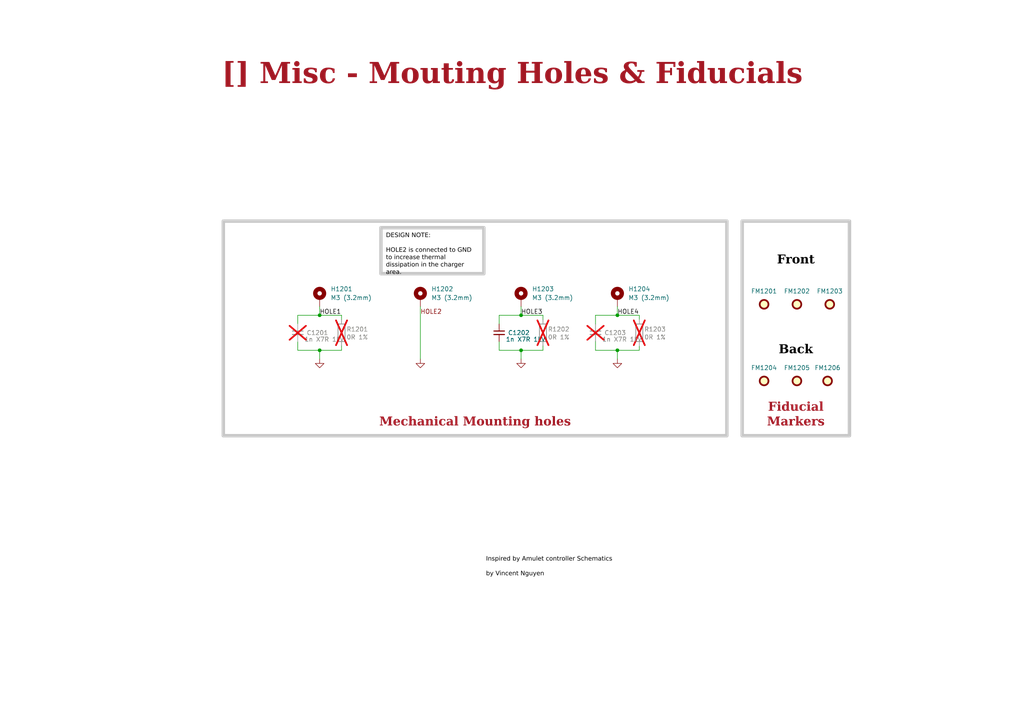
<source format=kicad_sch>
(kicad_sch (version 20231120) (generator "eeschema") (generator_version "8.0")
  (paper "A4")
  (title_block (title "Misc - Mouting Holes & Fiducials") (date "Last Modified Date") (rev "${REVISION}") (company "${COMPANY}"))
  (lib_symbols
    (symbol "Device:C_Small" (pin_numbers hide) (pin_names (offset 0.254) hide)
      (property "Reference" "C" (at 0.254 1.778 0))
      (property "Value" "C_Small" (at 0.254 -2.032 0))
      (symbol "C_Small_0_1"
        (polyline (pts (xy -1.524 -0.508) (xy 1.524 -0.508)) (stroke (width 0.3302)))
        (polyline (pts (xy -1.524 0.508) (xy 1.524 0.508)) (stroke (width 0.3048)))
      )
      (symbol "C_Small_1_1"
        (pin passive line (at 0 2.54 270) (length 2.032) (name "~") (number "1"))
        (pin passive line (at 0 -2.54 90) (length 2.032) (name "~") (number "2"))
      )
    )
    (symbol "Device:R" (pin_numbers hide) (pin_names (offset 0))
      (property "Reference" "R" (at 2.032 0 90))
      (property "Value" "R" (at 0 0 90))
      (symbol "R_0_1"
        (rectangle (start -1.016 -2.54) (end 1.016 2.54) (stroke (width 0.254)))
      )
      (symbol "R_1_1"
        (pin passive line (at 0 3.81 270) (length 1.27) (name "~") (number "1"))
        (pin passive line (at 0 -3.81 90) (length 1.27) (name "~") (number "2"))
      )
    )
    (symbol "Mechanical:Fiducial"
      (property "Reference" "FID" (at 0 5.08 0))
      (property "Value" "Fiducial" (at 0 3.175 0))
      (symbol "Fiducial_0_1"
        (circle (center 0 0) (radius 1.27) (stroke (width 0.508)) (fill (type background)))
      )
    )
    (symbol "Mechanical:MountingHole_Pad" (pin_numbers hide) (pin_names (offset 1.016) hide)
      (property "Reference" "H" (at 0 6.35 0))
      (property "Value" "MountingHole_Pad" (at 0 4.445 0))
      (symbol "MountingHole_Pad_0_1"
        (circle (center 0 1.27) (radius 1.27) (stroke (width 1.27)))
      )
      (symbol "MountingHole_Pad_1_1"
        (pin input line (at 0 -2.54 90) (length 2.54) (name "1") (number "1"))
      )
    )
    (symbol "power:GND" (power) (pin_names (offset 0))
      (property "Value" "GND" (at 0 -3.81 0))
      (symbol "GND_0_1"
        (polyline (pts (xy 0 0) (xy 0 -1.27) (xy 1.27 -1.27) (xy 0 -2.54) (xy -1.27 -1.27) (xy 0 -1.27)))
      )
      (symbol "GND_1_1"
        (pin power_in line (at 0 0 270) (length 0) hide (name "GND") (number "1"))
      )
    )
  )
  (junction (at 151.13 101.6))
  (junction (at 179.07 91.44))
  (junction (at 92.71 91.44))
  (junction (at 151.13 91.44))
  (junction (at 179.07 101.6))
  (junction (at 92.71 101.6))
  (wire (pts (xy 151.13 91.44) (xy 157.48 91.44)))
  (wire (pts (xy 99.06 91.44) (xy 99.06 92.71)))
  (wire (pts (xy 144.78 91.44) (xy 151.13 91.44)))
  (wire (pts (xy 172.72 99.06) (xy 172.72 101.6)))
  (wire (pts (xy 144.78 99.06) (xy 144.78 101.6)))
  (wire (pts (xy 92.71 91.44) (xy 99.06 91.44)))
  (wire (pts (xy 157.48 100.33) (xy 157.48 101.6)))
  (wire (pts (xy 157.48 91.44) (xy 157.48 92.71)))
  (wire (pts (xy 151.13 88.9) (xy 151.13 91.44)))
  (wire (pts (xy 121.92 88.9) (xy 121.92 104.14)))
  (wire (pts (xy 86.36 91.44) (xy 92.71 91.44)))
  (wire (pts (xy 92.71 101.6) (xy 92.71 104.14)))
  (wire (pts (xy 99.06 100.33) (xy 99.06 101.6)))
  (wire (pts (xy 179.07 88.9) (xy 179.07 91.44)))
  (wire (pts (xy 92.71 101.6) (xy 99.06 101.6)))
  (wire (pts (xy 151.13 101.6) (xy 151.13 104.14)))
  (wire (pts (xy 144.78 91.44) (xy 144.78 93.98)))
  (wire (pts (xy 179.07 91.44) (xy 185.42 91.44)))
  (wire (pts (xy 179.07 101.6) (xy 179.07 104.14)))
  (wire (pts (xy 86.36 91.44) (xy 86.36 93.98)))
  (wire (pts (xy 172.72 101.6) (xy 179.07 101.6)))
  (wire (pts (xy 86.36 99.06) (xy 86.36 101.6)))
  (wire (pts (xy 151.13 101.6) (xy 157.48 101.6)))
  (wire (pts (xy 86.36 101.6) (xy 92.71 101.6)))
  (wire (pts (xy 172.72 91.44) (xy 172.72 93.98)))
  (wire (pts (xy 185.42 100.33) (xy 185.42 101.6)))
  (wire (pts (xy 172.72 91.44) (xy 179.07 91.44)))
  (wire (pts (xy 185.42 91.44) (xy 185.42 92.71)))
  (wire (pts (xy 92.71 88.9) (xy 92.71 91.44)))
  (wire (pts (xy 179.07 101.6) (xy 185.42 101.6)))
  (wire (pts (xy 144.78 101.6) (xy 151.13 101.6)))
  (rectangle (start 215.265 64.135) (end 246.38 126.365) (stroke (width 1) (color 200 200 200 1)))
  (rectangle (start 64.77 64.135) (end 210.82 126.365) (stroke (width 1) (color 200 200 200 1)))
  (text_box "Front" (at 215.265 69.215 0) (size 31.115 9.525) (stroke (width -0.0001)) (effects (font (size 2.54 2.54) (thickness 0.508) (bold yes)) (justify bottom)))
  (text_box "Fiducial Markers" (at 214.63 116.84 0) (size 32.385 8.89) (stroke (width -0.0001)) (effects (font (size 2.54 2.54) (thickness 0.508) (bold yes)) (justify bottom)))
  (text_box "DESIGN NOTE:\n\nHOLE2 is connected to GND to increase thermal dissipation in the charger area." (at 110.49 66.04 0) (size 29.845 13.335) (stroke (width 1) (color 200 200 200 1)) (effects (font (size 1.27 1.27)) (justify left top)))
  (text_box "[${#}] ${TITLE}" (at 10.16 15.24 0) (size 276.86 12.7) (stroke (width -0.0001)) (effects (font (size 6 6) (thickness 1.2) (bold yes))))
  (text_box "Mechanical Mounting holes" (at 64.135 118.11 0) (size 147.32 7.62) (stroke (width -0.0001)) (effects (font (size 2.54 2.54) (thickness 0.508) (bold yes)) (justify bottom)))
  (text_box "Back" (at 215.265 95.25 0) (size 31.115 9.525) (stroke (width -0.0001)) (effects (font (size 2.54 2.54) (thickness 0.508) (bold yes)) (justify bottom)))
  (text "Inspired by Amulet controller Schematics\n\nby Vincent Nguyen" (at 140.97 167.64 0) (effects (font (size 1.27 1.27)) (justify left bottom)))
  (label "HOLE3" (at 151.13 91.44 0))
  (label "HOLE4" (at 179.07 91.44 0))
  (label "HOLE2" (at 121.92 91.44 0))
  (label "HOLE1" (at 92.71 91.44 0))
  (symbol (lib_id "Mechanical:Fiducial") (at 231.14 110.49 0) (unit 1) (in_bom no)
    (property "Reference" "FM1205" (at 231.14 106.68 0))
    (property "Value" "Fiducial" (effects (hide yes)))
    (property "Footprint" "Charge_Manager_FP:Fiducial_1mm_Mask2mm" (effects (hide yes)))
  )
  (symbol (lib_id "Device:C_Small") (at 86.36 96.52 0) (unit 1) (dnp yes)
    (property "Reference" "C1201" (at 88.9 96.52 0) (effects (justify left)))
    (property "Value" "1n X7R 1kV" (at 88.265 98.425 0) (effects (justify left)))
    (property "Footprint" "Capacitor_SMD:C_0603_1608Metric" (effects (hide yes)))
    (property "Datasheet" "https://www.mouser.fr/datasheet/2/447/KEM_C1010_X7R_HV_SMD-3316377.pdf" (effects (hide yes)))
    (property "Description" "Multilayer Ceramic Capacitors MLCC - SMD/SMT 1000V 1kpF 0603 X7R 20%" (effects (hide yes)))
    (property "Manufacturer" "KEMET" (effects (hide yes)))
    (property "Manufacturer Part Number" "C0603C102MDRAC7081" (effects (hide yes)))
    (property "Supplier" "Mouser Electronics" (effects (hide yes)))
    (property "Supplier Part Number" "80-C0603C102MDRAC" (effects (hide yes)))
  )
  (symbol (lib_id "Mechanical:Fiducial") (at 231.14 88.265 0) (unit 1) (in_bom no)
    (property "Reference" "FM1202" (at 231.14 84.455 0))
    (property "Value" "Fiducial" (effects (hide yes)))
    (property "Footprint" "Charge_Manager_FP:Fiducial_1mm_Mask2mm" (effects (hide yes)))
  )
  (symbol (lib_id "Device:R") (at 157.48 96.52 0) (unit 1) (dnp yes)
    (property "Reference" "R1202" (at 162.052 95.504 0))
    (property "Value" "0R 1%" (at 162.052 97.79 0))
    (property "Footprint" "Resistor_SMD:R_0603_1608Metric" (effects (hide yes)))
    (property "Datasheet" "https://www.mouser.fr/datasheet/2/447/PYu_RC_Group_51_RoHS_L_11-1984063.pdf" (effects (hide yes)))
    (property "Description" "Resistor" (effects (hide yes)))
    (property "Manufacturer Part Number" "RC0603FR-100RL" (effects (hide yes)))
    (property "Supplier" "Mouser Electronics" (effects (hide yes)))
    (property "Manufacturer" "YAGEO" (effects (hide yes)))
    (property "Supplier Part Number" "603-RC0603FR-100RL" (effects (hide yes)))
  )
  (symbol (lib_id "power:GND") (at 121.92 104.14 0) (unit 1)
    (property "Reference" "#PWR01202" (effects (hide yes)))
    (property "Value" "GND" (effects (hide yes)))
  )
  (symbol (lib_id "Mechanical:Fiducial") (at 221.615 110.49 0) (unit 1) (in_bom no)
    (property "Reference" "FM1204" (at 221.615 106.68 0))
    (property "Value" "Fiducial" (effects (hide yes)))
    (property "Footprint" "Charge_Manager_FP:Fiducial_1mm_Mask2mm" (effects (hide yes)))
  )
  (symbol (lib_id "Device:C_Small") (at 172.72 96.52 0) (unit 1) (dnp yes)
    (property "Reference" "C1203" (at 175.26 96.52 0) (effects (justify left)))
    (property "Value" "1n X7R 1kV" (at 174.625 98.425 0) (effects (justify left)))
    (property "Footprint" "Capacitor_SMD:C_0603_1608Metric" (effects (hide yes)))
    (property "Datasheet" "https://www.mouser.fr/datasheet/2/447/KEM_C1010_X7R_HV_SMD-3316377.pdf" (effects (hide yes)))
    (property "Description" "Multilayer Ceramic Capacitors MLCC - SMD/SMT 1000V 1kpF 0603 X7R 20%" (effects (hide yes)))
    (property "Manufacturer" "KEMET" (effects (hide yes)))
    (property "Manufacturer Part Number" "C0603C102MDRAC7081" (effects (hide yes)))
    (property "Supplier" "Mouser Electronics" (effects (hide yes)))
    (property "Supplier Part Number" "80-C0603C102MDRAC" (effects (hide yes)))
  )
  (symbol (lib_id "power:GND") (at 151.13 104.14 0) (unit 1)
    (property "Reference" "#PWR01203" (effects (hide yes)))
    (property "Value" "GND" (effects (hide yes)))
  )
  (symbol (lib_id "Device:R") (at 185.42 96.52 0) (unit 1) (dnp yes)
    (property "Reference" "R1203" (at 189.992 95.504 0))
    (property "Value" "0R 1%" (at 189.992 97.79 0))
    (property "Footprint" "Resistor_SMD:R_0603_1608Metric" (effects (hide yes)))
    (property "Datasheet" "https://www.mouser.fr/datasheet/2/447/PYu_RC_Group_51_RoHS_L_11-1984063.pdf" (effects (hide yes)))
    (property "Description" "Resistor" (effects (hide yes)))
    (property "Manufacturer Part Number" "RC0603FR-100RL" (effects (hide yes)))
    (property "Supplier" "Mouser Electronics" (effects (hide yes)))
    (property "Manufacturer" "YAGEO" (effects (hide yes)))
    (property "Supplier Part Number" "603-RC0603FR-100RL" (effects (hide yes)))
  )
  (symbol (lib_id "Mechanical:Fiducial") (at 221.615 88.265 0) (unit 1) (in_bom no)
    (property "Reference" "FM1201" (at 221.615 84.455 0))
    (property "Value" "Fiducial" (effects (hide yes)))
    (property "Footprint" "Charge_Manager_FP:Fiducial_1mm_Mask2mm" (effects (hide yes)))
  )
  (symbol (lib_id "Device:R") (at 99.06 96.52 0) (unit 1) (dnp yes)
    (property "Reference" "R1201" (at 103.632 95.504 0))
    (property "Value" "0R 1%" (at 103.632 97.79 0))
    (property "Footprint" "Resistor_SMD:R_0603_1608Metric" (effects (hide yes)))
    (property "Datasheet" "https://www.mouser.fr/datasheet/2/447/PYu_RC_Group_51_RoHS_L_11-1984063.pdf" (effects (hide yes)))
    (property "Description" "Resistor" (effects (hide yes)))
    (property "Manufacturer Part Number" "RC0603FR-100RL" (effects (hide yes)))
    (property "Supplier" "Mouser Electronics" (effects (hide yes)))
    (property "Manufacturer" "YAGEO" (effects (hide yes)))
    (property "Supplier Part Number" "603-RC0603FR-100RL" (effects (hide yes)))
  )
  (symbol (lib_id "Mechanical:MountingHole_Pad") (at 151.13 86.36 0) (unit 1) (in_bom no)
    (property "Reference" "H1203" (at 154.305 83.8199 0) (effects (justify left)))
    (property "Value" "M3 (3.2mm)" (at 154.305 86.3599 0) (effects (justify left)))
    (property "Footprint" "MountingHole:MountingHole_3.2mm_M3_Pad_Via" (effects (hide yes)))
  )
  (symbol (lib_id "power:GND") (at 92.71 104.14 0) (unit 1)
    (property "Reference" "#PWR01201" (effects (hide yes)))
    (property "Value" "GND" (effects (hide yes)))
  )
  (symbol (lib_id "power:GND") (at 179.07 104.14 0) (unit 1)
    (property "Reference" "#PWR01204" (effects (hide yes)))
    (property "Value" "GND" (effects (hide yes)))
  )
  (symbol (lib_id "Device:C_Small") (at 144.78 96.52 0) (unit 1)
    (property "Reference" "C1202" (at 147.32 96.52 0) (effects (justify left)))
    (property "Value" "1n X7R 1kV" (at 146.685 98.425 0) (effects (justify left)))
    (property "Footprint" "Capacitor_SMD:C_0603_1608Metric" (effects (hide yes)))
    (property "Datasheet" "https://www.mouser.fr/datasheet/2/447/KEM_C1010_X7R_HV_SMD-3316377.pdf" (effects (hide yes)))
    (property "Description" "Multilayer Ceramic Capacitors MLCC - SMD/SMT 1000V 1kpF 0603 X7R 20%" (effects (hide yes)))
    (property "Manufacturer" "KEMET" (effects (hide yes)))
    (property "Manufacturer Part Number" "C0603C102MDRAC7081" (effects (hide yes)))
    (property "Supplier" "Mouser Electronics" (effects (hide yes)))
    (property "Supplier Part Number" "80-C0603C102MDRAC" (effects (hide yes)))
  )
  (symbol (lib_id "Mechanical:MountingHole_Pad") (at 121.92 86.36 0) (unit 1) (in_bom no)
    (property "Reference" "H1202" (at 125.095 83.8199 0) (effects (justify left)))
    (property "Value" "M3 (3.2mm)" (at 125.095 86.3599 0) (effects (justify left)))
    (property "Footprint" "MountingHole:MountingHole_3.2mm_M3_Pad_Via" (effects (hide yes)))
  )
  (symbol (lib_id "Mechanical:MountingHole_Pad") (at 179.07 86.36 0) (unit 1) (in_bom no)
    (property "Reference" "H1204" (at 182.245 83.8199 0) (effects (justify left)))
    (property "Value" "M3 (3.2mm)" (at 182.245 86.3599 0) (effects (justify left)))
    (property "Footprint" "MountingHole:MountingHole_3.2mm_M3_Pad_Via" (effects (hide yes)))
  )
  (symbol (lib_id "Mechanical:Fiducial") (at 240.03 110.49 0) (unit 1) (in_bom no)
    (property "Reference" "FM1206" (at 240.03 106.68 0))
    (property "Value" "Fiducial" (effects (hide yes)))
    (property "Footprint" "Charge_Manager_FP:Fiducial_1mm_Mask2mm" (effects (hide yes)))
  )
  (symbol (lib_id "Mechanical:Fiducial") (at 240.665 88.265 0) (unit 1) (in_bom no)
    (property "Reference" "FM1203" (at 240.665 84.455 0))
    (property "Value" "Fiducial" (effects (hide yes)))
    (property "Footprint" "Charge_Manager_FP:Fiducial_1mm_Mask2mm" (effects (hide yes)))
  )
  (symbol (lib_id "Mechanical:MountingHole_Pad") (at 92.71 86.36 0) (unit 1) (in_bom no)
    (property "Reference" "H1201" (at 95.885 83.8199 0) (effects (justify left)))
    (property "Value" "M3 (3.2mm)" (at 95.885 86.3599 0) (effects (justify left)))
    (property "Footprint" "MountingHole:MountingHole_3.2mm_M3_Pad_Via" (effects (hide yes)))
  )
)
</source>
